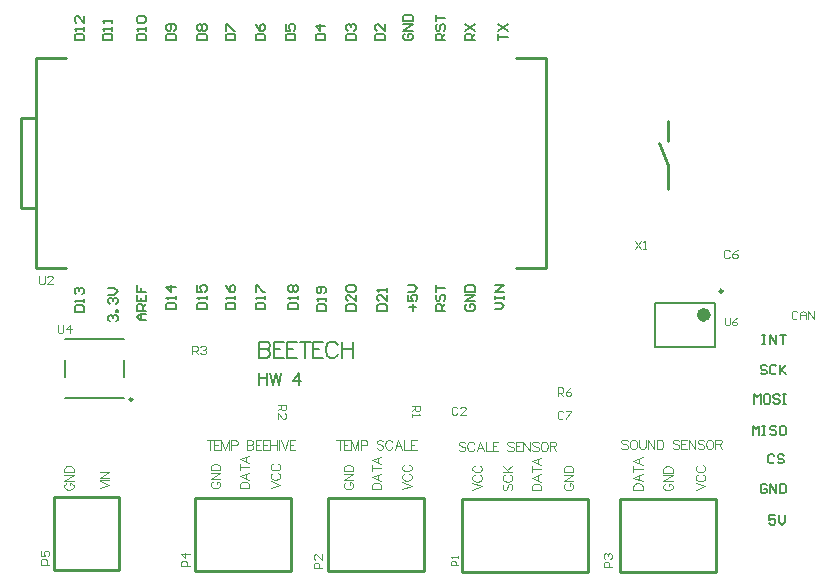
<source format=gto>
G04*
G04 #@! TF.GenerationSoftware,Altium Limited,Altium Designer,21.6.4 (81)*
G04*
G04 Layer_Color=65535*
%FSLAX44Y44*%
%MOMM*%
G71*
G04*
G04 #@! TF.SameCoordinates,26D0E7B3-AAE4-4812-B184-49AD84F33247*
G04*
G04*
G04 #@! TF.FilePolarity,Positive*
G04*
G01*
G75*
%ADD10C,0.6000*%
%ADD11C,0.2500*%
%ADD12C,0.2540*%
%ADD13C,0.2000*%
%ADD14C,0.1270*%
%ADD15C,0.1500*%
%ADD16C,0.1000*%
D10*
X569680Y218050D02*
G03*
X569680Y218050I-3000J0D01*
G01*
D11*
X582680Y238050D02*
G03*
X582680Y238050I-1250J0D01*
G01*
X83050Y146466D02*
G03*
X83050Y146466I-1250J0D01*
G01*
D12*
X-11000Y308700D02*
X1700D01*
X-11000D02*
Y384900D01*
X1700D01*
X408100Y435700D02*
X433500D01*
Y257900D02*
Y435700D01*
X408100Y257900D02*
X433500D01*
X1700Y435700D02*
X27100D01*
X1700Y257900D02*
Y435700D01*
Y257900D02*
X27100D01*
X16364Y64008D02*
X71990D01*
X16364Y2286D02*
X71990D01*
Y64008D01*
X16364Y2286D02*
Y64008D01*
X362254Y762D02*
Y62484D01*
X468934Y762D02*
Y62484D01*
X362254Y762D02*
X468934D01*
X362254Y62484D02*
X468934D01*
X536518Y365342D02*
Y381842D01*
X529018Y363342D02*
X536518Y344592D01*
Y324842D02*
Y344592D01*
X135931Y1512D02*
Y63234D01*
X217211Y1512D02*
Y63234D01*
X135931Y1512D02*
X217211D01*
X135931Y63234D02*
X217211D01*
X248404Y1262D02*
Y62984D01*
X329684Y1262D02*
Y62984D01*
X248404Y1262D02*
X329684D01*
X248404Y62984D02*
X329684D01*
X496054Y62484D02*
X577334D01*
X496054Y762D02*
X577334D01*
Y62484D01*
X496054Y762D02*
Y62484D01*
D13*
X525680Y191050D02*
Y228050D01*
X576680Y191050D02*
Y228050D01*
X525680Y191050D02*
X576680D01*
X525680Y228050D02*
X576680D01*
X190265Y195495D02*
Y181498D01*
Y195495D02*
X196264D01*
X198263Y194828D01*
X198930Y194162D01*
X199596Y192829D01*
Y191496D01*
X198930Y190163D01*
X198263Y189496D01*
X196264Y188830D01*
X190265D02*
X196264D01*
X198263Y188163D01*
X198930Y187497D01*
X199596Y186164D01*
Y184164D01*
X198930Y182831D01*
X198263Y182164D01*
X196264Y181498D01*
X190265D01*
X211394Y195495D02*
X202729D01*
Y181498D01*
X211394D01*
X202729Y188830D02*
X208061D01*
X222391Y195495D02*
X213727D01*
Y181498D01*
X222391D01*
X213727Y188830D02*
X219059D01*
X229390Y195495D02*
Y181498D01*
X224724Y195495D02*
X234056D01*
X244387D02*
X235722D01*
Y181498D01*
X244387D01*
X235722Y188830D02*
X241054D01*
X256717Y192162D02*
X256051Y193495D01*
X254718Y194828D01*
X253385Y195495D01*
X250719D01*
X249386Y194828D01*
X248053Y193495D01*
X247386Y192162D01*
X246719Y190163D01*
Y186830D01*
X247386Y184831D01*
X248053Y183498D01*
X249386Y182164D01*
X250719Y181498D01*
X253385D01*
X254718Y182164D01*
X256051Y183498D01*
X256717Y184831D01*
X260650Y195495D02*
Y181498D01*
X269981Y195495D02*
Y181498D01*
X260650Y188830D02*
X269981D01*
X190211Y169042D02*
Y159044D01*
X196876Y169042D02*
Y159044D01*
X190211Y164281D02*
X196876D01*
X199637Y169042D02*
X202018Y159044D01*
X204398Y169042D02*
X202018Y159044D01*
X204398Y169042D02*
X206779Y159044D01*
X209159Y169042D02*
X206779Y159044D01*
X223775Y169042D02*
X219014Y162377D01*
X226156D01*
X223775Y169042D02*
Y159044D01*
D14*
X25800Y197466D02*
X75800D01*
X25800Y147466D02*
X75800D01*
X25800Y165466D02*
Y179466D01*
X75800Y165466D02*
Y179466D01*
D15*
X162003Y223083D02*
X170000D01*
Y227082D01*
X168667Y228414D01*
X163335D01*
X162003Y227082D01*
Y223083D01*
X170000Y231080D02*
Y233746D01*
Y232413D01*
X162003D01*
X163335Y231080D01*
X162003Y243076D02*
X163335Y240411D01*
X166001Y237745D01*
X168667D01*
X170000Y239078D01*
Y241744D01*
X168667Y243076D01*
X167334D01*
X166001Y241744D01*
Y237745D01*
X238907Y221750D02*
X246904D01*
Y225749D01*
X245571Y227082D01*
X240239D01*
X238907Y225749D01*
Y221750D01*
X246904Y229747D02*
Y232413D01*
Y231080D01*
X238907D01*
X240239Y229747D01*
X245571Y236412D02*
X246904Y237745D01*
Y240411D01*
X245571Y241744D01*
X240239D01*
X238907Y240411D01*
Y237745D01*
X240239Y236412D01*
X241572D01*
X242905Y237745D01*
Y241744D01*
X373000Y450750D02*
X365003D01*
Y454749D01*
X366335Y456082D01*
X369001D01*
X370334Y454749D01*
Y450750D01*
Y453416D02*
X373000Y456082D01*
X365003Y458747D02*
X373000Y464079D01*
X365003D02*
X373000Y458747D01*
X620246Y73664D02*
X618913Y74997D01*
X616247D01*
X614915Y73664D01*
Y68333D01*
X616247Y67000D01*
X618913D01*
X620246Y68333D01*
Y70999D01*
X617580D01*
X622912Y67000D02*
Y74997D01*
X628243Y67000D01*
Y74997D01*
X630909D02*
Y67000D01*
X634908D01*
X636241Y68333D01*
Y73664D01*
X634908Y74997D01*
X630909D01*
X347750Y221750D02*
X339753D01*
Y225749D01*
X341086Y227082D01*
X343751D01*
X345084Y225749D01*
Y221750D01*
Y224416D02*
X347750Y227082D01*
X341086Y235079D02*
X339753Y233746D01*
Y231080D01*
X341086Y229747D01*
X342418D01*
X343751Y231080D01*
Y233746D01*
X345084Y235079D01*
X346417D01*
X347750Y233746D01*
Y231080D01*
X346417Y229747D01*
X339753Y237745D02*
Y243076D01*
Y240411D01*
X347750D01*
X616247Y200997D02*
X618913D01*
X617580D01*
Y193000D01*
X616247D01*
X618913D01*
X622912D02*
Y200997D01*
X628243Y193000D01*
Y200997D01*
X630909D02*
X636241D01*
X633575D01*
Y193000D01*
X137753Y223083D02*
X145750D01*
Y227082D01*
X144417Y228414D01*
X139086D01*
X137753Y227082D01*
Y223083D01*
X145750Y231080D02*
Y233746D01*
Y232413D01*
X137753D01*
X139086Y231080D01*
X137753Y243076D02*
Y237745D01*
X141751D01*
X140418Y240411D01*
Y241744D01*
X141751Y243076D01*
X144417D01*
X145750Y241744D01*
Y239078D01*
X144417Y237745D01*
X626572Y98914D02*
X625240Y100247D01*
X622574D01*
X621241Y98914D01*
Y93583D01*
X622574Y92250D01*
X625240D01*
X626572Y93583D01*
X634570Y98914D02*
X633237Y100247D01*
X630571D01*
X629238Y98914D01*
Y97582D01*
X630571Y96249D01*
X633237D01*
X634570Y94916D01*
Y93583D01*
X633237Y92250D01*
X630571D01*
X629238Y93583D01*
X187253Y450750D02*
X195250D01*
Y454749D01*
X193917Y456082D01*
X188585D01*
X187253Y454749D01*
Y450750D01*
Y464079D02*
X188585Y461413D01*
X191251Y458747D01*
X193917D01*
X195250Y460080D01*
Y462746D01*
X193917Y464079D01*
X192584D01*
X191251Y462746D01*
Y458747D01*
X608250Y116250D02*
Y124247D01*
X610916Y121582D01*
X613582Y124247D01*
Y116250D01*
X616247Y124247D02*
X618913D01*
X617580D01*
Y116250D01*
X616247D01*
X618913D01*
X628243Y122914D02*
X626911Y124247D01*
X624245D01*
X622912Y122914D01*
Y121582D01*
X624245Y120249D01*
X626911D01*
X628243Y118916D01*
Y117583D01*
X626911Y116250D01*
X624245D01*
X622912Y117583D01*
X634908Y124247D02*
X632242D01*
X630909Y122914D01*
Y117583D01*
X632242Y116250D01*
X634908D01*
X636241Y117583D01*
Y122914D01*
X634908Y124247D01*
X63825Y212585D02*
X62493Y213918D01*
Y216584D01*
X63825Y217917D01*
X65158D01*
X66491Y216584D01*
Y215251D01*
Y216584D01*
X67824Y217917D01*
X69157D01*
X70490Y216584D01*
Y213918D01*
X69157Y212585D01*
X70490Y220583D02*
X69157D01*
Y221916D01*
X70490D01*
Y220583D01*
X63825Y227247D02*
X62493Y228580D01*
Y231246D01*
X63825Y232579D01*
X65158D01*
X66491Y231246D01*
Y229913D01*
Y231246D01*
X67824Y232579D01*
X69157D01*
X70490Y231246D01*
Y228580D01*
X69157Y227247D01*
X62493Y235245D02*
X67824D01*
X70490Y237910D01*
X67824Y240576D01*
X62493D01*
X264003Y221750D02*
X272000D01*
Y225749D01*
X270667Y227082D01*
X265336D01*
X264003Y225749D01*
Y221750D01*
X272000Y235079D02*
Y229747D01*
X266668Y235079D01*
X265336D01*
X264003Y233746D01*
Y231080D01*
X265336Y229747D01*
Y237745D02*
X264003Y239078D01*
Y241744D01*
X265336Y243076D01*
X270667D01*
X272000Y241744D01*
Y239078D01*
X270667Y237745D01*
X265336D01*
X162003Y450750D02*
X170000D01*
Y454749D01*
X168667Y456082D01*
X163335D01*
X162003Y454749D01*
Y450750D01*
Y458747D02*
Y464079D01*
X163335D01*
X168667Y458747D01*
X170000D01*
X366335Y227082D02*
X365003Y225749D01*
Y223083D01*
X366335Y221750D01*
X371667D01*
X373000Y223083D01*
Y225749D01*
X371667Y227082D01*
X369001D01*
Y224416D01*
X373000Y229747D02*
X365003D01*
X373000Y235079D01*
X365003D01*
Y237745D02*
X373000D01*
Y241744D01*
X371667Y243076D01*
X366335D01*
X365003Y241744D01*
Y237745D01*
X215068Y223083D02*
X223065D01*
Y227082D01*
X221732Y228414D01*
X216401D01*
X215068Y227082D01*
Y223083D01*
X223065Y231080D02*
Y233746D01*
Y232413D01*
X215068D01*
X216401Y231080D01*
Y237745D02*
X215068Y239078D01*
Y241744D01*
X216401Y243076D01*
X217734D01*
X219067Y241744D01*
X220399Y243076D01*
X221732D01*
X223065Y241744D01*
Y239078D01*
X221732Y237745D01*
X220399D01*
X219067Y239078D01*
X217734Y237745D01*
X216401D01*
X219067Y239078D02*
Y241744D01*
X94500Y213753D02*
X89169D01*
X86503Y216418D01*
X89169Y219084D01*
X94500D01*
X90501D01*
Y213753D01*
X94500Y221750D02*
X86503D01*
Y225749D01*
X87836Y227082D01*
X90501D01*
X91834Y225749D01*
Y221750D01*
Y224416D02*
X94500Y227082D01*
X86503Y235079D02*
Y229747D01*
X94500D01*
Y235079D01*
X90501Y229747D02*
Y232413D01*
X86503Y243076D02*
Y237745D01*
X90501D01*
Y240411D01*
Y237745D01*
X94500D01*
X609583Y142821D02*
Y150819D01*
X612249Y148153D01*
X614915Y150819D01*
Y142821D01*
X621579Y150819D02*
X618913D01*
X617580Y149486D01*
Y144154D01*
X618913Y142821D01*
X621579D01*
X622912Y144154D01*
Y149486D01*
X621579Y150819D01*
X630909Y149486D02*
X629576Y150819D01*
X626911D01*
X625578Y149486D01*
Y148153D01*
X626911Y146820D01*
X629576D01*
X630909Y145487D01*
Y144154D01*
X629576Y142821D01*
X626911D01*
X625578Y144154D01*
X633575Y150819D02*
X636241D01*
X634908D01*
Y142821D01*
X633575D01*
X636241D01*
X627369Y48247D02*
X622038D01*
Y44249D01*
X624704Y45582D01*
X626037D01*
X627369Y44249D01*
Y41583D01*
X626037Y40250D01*
X623371D01*
X622038Y41583D01*
X630035Y48247D02*
Y42916D01*
X632701Y40250D01*
X635367Y42916D01*
Y48247D01*
X86503Y450750D02*
X94500D01*
Y454749D01*
X93167Y456082D01*
X87836D01*
X86503Y454749D01*
Y450750D01*
X94500Y458747D02*
Y461413D01*
Y460080D01*
X86503D01*
X87836Y458747D01*
Y465412D02*
X86503Y466745D01*
Y469411D01*
X87836Y470743D01*
X93167D01*
X94500Y469411D01*
Y466745D01*
X93167Y465412D01*
X87836D01*
X187253Y223083D02*
X195250D01*
Y227082D01*
X193917Y228414D01*
X188585D01*
X187253Y227082D01*
Y223083D01*
X195250Y231080D02*
Y233746D01*
Y232413D01*
X187253D01*
X188585Y231080D01*
X187253Y237745D02*
Y243076D01*
X188585D01*
X193917Y237745D01*
X195250D01*
X264003Y450750D02*
X272000D01*
Y454749D01*
X270667Y456082D01*
X265336D01*
X264003Y454749D01*
Y450750D01*
X265336Y458747D02*
X264003Y460080D01*
Y462746D01*
X265336Y464079D01*
X266668D01*
X268001Y462746D01*
Y461413D01*
Y462746D01*
X269334Y464079D01*
X270667D01*
X272000Y462746D01*
Y460080D01*
X270667Y458747D01*
X390003Y223083D02*
X395334D01*
X398000Y225749D01*
X395334Y228414D01*
X390003D01*
Y231080D02*
Y233746D01*
Y232413D01*
X398000D01*
Y231080D01*
Y233746D01*
Y237745D02*
X390003D01*
X398000Y243076D01*
X390003D01*
X238253Y450750D02*
X246250D01*
Y454749D01*
X244917Y456082D01*
X239585D01*
X238253Y454749D01*
Y450750D01*
X246250Y462746D02*
X238253D01*
X242251Y458747D01*
Y464079D01*
X34003Y450750D02*
X42000D01*
Y454749D01*
X40667Y456082D01*
X35336D01*
X34003Y454749D01*
Y450750D01*
X42000Y458747D02*
Y461413D01*
Y460080D01*
X34003D01*
X35336Y458747D01*
X42000Y470743D02*
Y465412D01*
X36668Y470743D01*
X35336D01*
X34003Y469411D01*
Y466745D01*
X35336Y465412D01*
X57953Y450750D02*
X65950D01*
Y454749D01*
X64617Y456082D01*
X59285D01*
X57953Y454749D01*
Y450750D01*
X65950Y458747D02*
Y461413D01*
Y460080D01*
X57953D01*
X59285Y458747D01*
X65950Y465412D02*
Y468078D01*
Y466745D01*
X57953D01*
X59285Y465412D01*
X620246Y174415D02*
X618913Y175747D01*
X616247D01*
X614915Y174415D01*
Y173082D01*
X616247Y171749D01*
X618913D01*
X620246Y170416D01*
Y169083D01*
X618913Y167750D01*
X616247D01*
X614915Y169083D01*
X628243Y174415D02*
X626911Y175747D01*
X624245D01*
X622912Y174415D01*
Y169083D01*
X624245Y167750D01*
X626911D01*
X628243Y169083D01*
X630909Y175747D02*
Y167750D01*
Y170416D01*
X636241Y175747D01*
X632242Y171749D01*
X636241Y167750D01*
X111753Y450750D02*
X119750D01*
Y454749D01*
X118417Y456082D01*
X113085D01*
X111753Y454749D01*
Y450750D01*
X118417Y458747D02*
X119750Y460080D01*
Y462746D01*
X118417Y464079D01*
X113085D01*
X111753Y462746D01*
Y460080D01*
X113085Y458747D01*
X114418D01*
X115751Y460080D01*
Y464079D01*
X288503Y450750D02*
X296500D01*
Y454749D01*
X295167Y456082D01*
X289835D01*
X288503Y454749D01*
Y450750D01*
X296500Y464079D02*
Y458747D01*
X291168Y464079D01*
X289835D01*
X288503Y462746D01*
Y460080D01*
X289835Y458747D01*
X320251Y221750D02*
Y227082D01*
X317586Y224416D02*
X322917D01*
X316253Y235079D02*
Y229747D01*
X320251D01*
X318918Y232413D01*
Y233746D01*
X320251Y235079D01*
X322917D01*
X324250Y233746D01*
Y231080D01*
X322917Y229747D01*
X316253Y237745D02*
X321584D01*
X324250Y240411D01*
X321584Y243076D01*
X316253D01*
X392753Y450750D02*
Y456082D01*
Y453416D01*
X400750D01*
X392753Y458747D02*
X400750Y464079D01*
X392753D02*
X400750Y458747D01*
X212753Y450750D02*
X220750D01*
Y454749D01*
X219417Y456082D01*
X214086D01*
X212753Y454749D01*
Y450750D01*
Y464079D02*
Y458747D01*
X216751D01*
X215418Y461413D01*
Y462746D01*
X216751Y464079D01*
X219417D01*
X220750Y462746D01*
Y460080D01*
X219417Y458747D01*
X313585Y456082D02*
X312253Y454749D01*
Y452083D01*
X313585Y450750D01*
X318917D01*
X320250Y452083D01*
Y454749D01*
X318917Y456082D01*
X316251D01*
Y453416D01*
X320250Y458747D02*
X312253D01*
X320250Y464079D01*
X312253D01*
Y466745D02*
X320250D01*
Y470743D01*
X318917Y472076D01*
X313585D01*
X312253Y470743D01*
Y466745D01*
X34003Y220876D02*
X42000D01*
Y224875D01*
X40667Y226208D01*
X35336D01*
X34003Y224875D01*
Y220876D01*
X42000Y228874D02*
Y231540D01*
Y230207D01*
X34003D01*
X35336Y228874D01*
Y235538D02*
X34003Y236871D01*
Y239537D01*
X35336Y240870D01*
X36668D01*
X38001Y239537D01*
Y238204D01*
Y239537D01*
X39334Y240870D01*
X40667D01*
X42000Y239537D01*
Y236871D01*
X40667Y235538D01*
X111753Y223083D02*
X119750D01*
Y227082D01*
X118417Y228414D01*
X113085D01*
X111753Y227082D01*
Y223083D01*
X119750Y231080D02*
Y233746D01*
Y232413D01*
X111753D01*
X113085Y231080D01*
X119750Y241744D02*
X111753D01*
X115751Y237745D01*
Y243076D01*
X290503Y221750D02*
X298500D01*
Y225749D01*
X297167Y227082D01*
X291835D01*
X290503Y225749D01*
Y221750D01*
X298500Y235079D02*
Y229747D01*
X293168Y235079D01*
X291835D01*
X290503Y233746D01*
Y231080D01*
X291835Y229747D01*
X298500Y237745D02*
Y240411D01*
Y239078D01*
X290503D01*
X291835Y237745D01*
X137753Y450750D02*
X145750D01*
Y454749D01*
X144417Y456082D01*
X139086D01*
X137753Y454749D01*
Y450750D01*
X139086Y458747D02*
X137753Y460080D01*
Y462746D01*
X139086Y464079D01*
X140418D01*
X141751Y462746D01*
X143084Y464079D01*
X144417D01*
X145750Y462746D01*
Y460080D01*
X144417Y458747D01*
X143084D01*
X141751Y460080D01*
X140418Y458747D01*
X139086D01*
X141751Y460080D02*
Y462746D01*
X347750Y450750D02*
X339753D01*
Y454749D01*
X341086Y456082D01*
X343751D01*
X345084Y454749D01*
Y450750D01*
Y453416D02*
X347750Y456082D01*
X341086Y464079D02*
X339753Y462746D01*
Y460080D01*
X341086Y458747D01*
X342418D01*
X343751Y460080D01*
Y462746D01*
X345084Y464079D01*
X346417D01*
X347750Y462746D01*
Y460080D01*
X346417Y458747D01*
X339753Y466745D02*
Y472076D01*
Y469411D01*
X347750D01*
D16*
X646085Y220383D02*
X644919Y221549D01*
X642586D01*
X641420Y220383D01*
Y215717D01*
X642586Y214551D01*
X644919D01*
X646085Y215717D01*
X648417Y214551D02*
Y219216D01*
X650750Y221549D01*
X653083Y219216D01*
Y214551D01*
Y218050D01*
X648417D01*
X655415Y214551D02*
Y221549D01*
X660080Y214551D01*
Y221549D01*
X3997Y251239D02*
Y245407D01*
X5163Y244241D01*
X7495D01*
X8662Y245407D01*
Y251239D01*
X15660Y244241D02*
X10994D01*
X15660Y248906D01*
Y250073D01*
X14493Y251239D01*
X12161D01*
X10994Y250073D01*
X584790Y215343D02*
Y210345D01*
X585789Y209345D01*
X587789D01*
X588788Y210345D01*
Y215343D01*
X594786D02*
X592787Y214343D01*
X590788Y212344D01*
Y210345D01*
X591787Y209345D01*
X593787D01*
X594786Y210345D01*
Y211344D01*
X593787Y212344D01*
X590788D01*
X19969Y209719D02*
Y203887D01*
X21135Y202721D01*
X23467D01*
X24634Y203887D01*
Y209719D01*
X30465Y202721D02*
Y209719D01*
X26966Y206220D01*
X31632D01*
X420946Y69720D02*
X428944D01*
X420946D02*
Y72386D01*
X421326Y73529D01*
X422088Y74290D01*
X422850Y74671D01*
X423993Y75052D01*
X425897D01*
X427040Y74671D01*
X427801Y74290D01*
X428563Y73529D01*
X428944Y72386D01*
Y69720D01*
Y82936D02*
X420946Y79889D01*
X428944Y76842D01*
X426278Y77985D02*
Y81794D01*
X420946Y87469D02*
X428944D01*
X420946Y84803D02*
Y90135D01*
X428944Y97181D02*
X420946Y94134D01*
X428944Y91087D01*
X426278Y92229D02*
Y96038D01*
X397838Y75052D02*
X397076Y74290D01*
X396696Y73148D01*
Y71624D01*
X397076Y70482D01*
X397838Y69720D01*
X398600D01*
X399362Y70101D01*
X399743Y70482D01*
X400123Y71244D01*
X400885Y73529D01*
X401266Y74290D01*
X401647Y74671D01*
X402409Y75052D01*
X403551D01*
X404313Y74290D01*
X404694Y73148D01*
Y71624D01*
X404313Y70482D01*
X403551Y69720D01*
X398600Y82555D02*
X397838Y82175D01*
X397076Y81413D01*
X396696Y80651D01*
Y79128D01*
X397076Y78366D01*
X397838Y77604D01*
X398600Y77223D01*
X399743Y76842D01*
X401647D01*
X402790Y77223D01*
X403551Y77604D01*
X404313Y78366D01*
X404694Y79128D01*
Y80651D01*
X404313Y81413D01*
X403551Y82175D01*
X402790Y82555D01*
X396696Y84803D02*
X404694D01*
X396696Y90135D02*
X402028Y84803D01*
X400123Y86707D02*
X404694Y90135D01*
X507002Y70000D02*
X515000D01*
X507002D02*
Y72666D01*
X507383Y73809D01*
X508144Y74570D01*
X508906Y74951D01*
X510049Y75332D01*
X511953D01*
X513096Y74951D01*
X513857Y74570D01*
X514619Y73809D01*
X515000Y72666D01*
Y70000D01*
Y83216D02*
X507002Y80169D01*
X515000Y77122D01*
X512334Y78265D02*
Y82074D01*
X507002Y87749D02*
X515000D01*
X507002Y85083D02*
Y90415D01*
X515000Y97461D02*
X507002Y94414D01*
X515000Y91367D01*
X512334Y92509D02*
Y96318D01*
X285494Y70470D02*
X293492D01*
X285494D02*
Y73136D01*
X285875Y74279D01*
X286636Y75040D01*
X287398Y75421D01*
X288541Y75802D01*
X290445D01*
X291588Y75421D01*
X292349Y75040D01*
X293111Y74279D01*
X293492Y73136D01*
Y70470D01*
Y83686D02*
X285494Y80639D01*
X293492Y77592D01*
X290826Y78735D02*
Y82544D01*
X285494Y88219D02*
X293492D01*
X285494Y85553D02*
Y90885D01*
X293492Y97931D02*
X285494Y94884D01*
X293492Y91837D01*
X290826Y92979D02*
Y96788D01*
X263850Y76183D02*
X263088Y75802D01*
X262327Y75040D01*
X261946Y74279D01*
Y72755D01*
X262327Y71993D01*
X263088Y71232D01*
X263850Y70851D01*
X264993Y70470D01*
X266897D01*
X268040Y70851D01*
X268801Y71232D01*
X269563Y71993D01*
X269944Y72755D01*
Y74279D01*
X269563Y75040D01*
X268801Y75802D01*
X268040Y76183D01*
X266897D01*
Y74279D02*
Y76183D01*
X261946Y78011D02*
X269944D01*
X261946D02*
X269944Y83343D01*
X261946D02*
X269944D01*
X261946Y85553D02*
X269944D01*
X261946D02*
Y88219D01*
X262327Y89361D01*
X263088Y90123D01*
X263850Y90504D01*
X264993Y90885D01*
X266897D01*
X268040Y90504D01*
X268801Y90123D01*
X269563Y89361D01*
X269944Y88219D01*
Y85553D01*
X534336Y75213D02*
X533574Y74832D01*
X532812Y74070D01*
X532432Y73309D01*
Y71785D01*
X532812Y71024D01*
X533574Y70262D01*
X534336Y69881D01*
X535479Y69500D01*
X537383D01*
X538526Y69881D01*
X539287Y70262D01*
X540049Y71024D01*
X540430Y71785D01*
Y73309D01*
X540049Y74070D01*
X539287Y74832D01*
X538526Y75213D01*
X537383D01*
Y73309D02*
Y75213D01*
X532432Y77041D02*
X540430D01*
X532432D02*
X540430Y82373D01*
X532432D02*
X540430D01*
X532432Y84583D02*
X540430D01*
X532432D02*
Y87249D01*
X532812Y88391D01*
X533574Y89153D01*
X534336Y89534D01*
X535479Y89915D01*
X537383D01*
X538526Y89534D01*
X539287Y89153D01*
X540049Y88391D01*
X540430Y87249D01*
Y84583D01*
X450100Y75433D02*
X449338Y75052D01*
X448577Y74290D01*
X448196Y73529D01*
Y72005D01*
X448577Y71244D01*
X449338Y70482D01*
X450100Y70101D01*
X451243Y69720D01*
X453147D01*
X454290Y70101D01*
X455051Y70482D01*
X455813Y71244D01*
X456194Y72005D01*
Y73529D01*
X455813Y74290D01*
X455051Y75052D01*
X454290Y75433D01*
X453147D01*
Y73529D02*
Y75433D01*
X448196Y77261D02*
X456194D01*
X448196D02*
X456194Y82593D01*
X448196D02*
X456194D01*
X448196Y84803D02*
X456194D01*
X448196D02*
Y87469D01*
X448577Y88611D01*
X449338Y89373D01*
X450100Y89754D01*
X451243Y90135D01*
X453147D01*
X454290Y89754D01*
X455051Y89373D01*
X455813Y88611D01*
X456194Y87469D01*
Y84803D01*
X370946Y69720D02*
X378944Y72767D01*
X370946Y75814D02*
X378944Y72767D01*
X372850Y82555D02*
X372088Y82175D01*
X371327Y81413D01*
X370946Y80651D01*
Y79127D01*
X371327Y78366D01*
X372088Y77604D01*
X372850Y77223D01*
X373993Y76842D01*
X375897D01*
X377040Y77223D01*
X377801Y77604D01*
X378563Y78366D01*
X378944Y79127D01*
Y80651D01*
X378563Y81413D01*
X377801Y82175D01*
X377040Y82555D01*
X372850Y90515D02*
X372088Y90135D01*
X371327Y89373D01*
X370946Y88611D01*
Y87088D01*
X371327Y86326D01*
X372088Y85564D01*
X372850Y85183D01*
X373993Y84803D01*
X375897D01*
X377040Y85183D01*
X377801Y85564D01*
X378563Y86326D01*
X378944Y87088D01*
Y88611D01*
X378563Y89373D01*
X377801Y90135D01*
X377040Y90515D01*
X560196Y69970D02*
X568194Y73017D01*
X560196Y76064D02*
X568194Y73017D01*
X562100Y82805D02*
X561338Y82424D01*
X560577Y81663D01*
X560196Y80901D01*
Y79377D01*
X560577Y78616D01*
X561338Y77854D01*
X562100Y77473D01*
X563243Y77092D01*
X565147D01*
X566290Y77473D01*
X567051Y77854D01*
X567813Y78616D01*
X568194Y79377D01*
Y80901D01*
X567813Y81663D01*
X567051Y82424D01*
X566290Y82805D01*
X562100Y90766D02*
X561338Y90385D01*
X560577Y89623D01*
X560196Y88861D01*
Y87338D01*
X560577Y86576D01*
X561338Y85814D01*
X562100Y85433D01*
X563243Y85052D01*
X565147D01*
X566290Y85433D01*
X567051Y85814D01*
X567813Y86576D01*
X568194Y87338D01*
Y88861D01*
X567813Y89623D01*
X567051Y90385D01*
X566290Y90766D01*
X311446Y70470D02*
X319444Y73517D01*
X311446Y76564D02*
X319444Y73517D01*
X313350Y83305D02*
X312588Y82924D01*
X311827Y82163D01*
X311446Y81401D01*
Y79878D01*
X311827Y79116D01*
X312588Y78354D01*
X313350Y77973D01*
X314493Y77592D01*
X316397D01*
X317540Y77973D01*
X318301Y78354D01*
X319063Y79116D01*
X319444Y79878D01*
Y81401D01*
X319063Y82163D01*
X318301Y82924D01*
X317540Y83305D01*
X313350Y91266D02*
X312588Y90885D01*
X311827Y90123D01*
X311446Y89361D01*
Y87838D01*
X311827Y87076D01*
X312588Y86314D01*
X313350Y85933D01*
X314493Y85553D01*
X316397D01*
X317540Y85933D01*
X318301Y86314D01*
X319063Y87076D01*
X319444Y87838D01*
Y89361D01*
X319063Y90123D01*
X318301Y90885D01*
X317540Y91266D01*
X199946Y71220D02*
X207944Y74267D01*
X199946Y77314D02*
X207944Y74267D01*
X201850Y84055D02*
X201088Y83674D01*
X200326Y82913D01*
X199946Y82151D01*
Y80627D01*
X200326Y79866D01*
X201088Y79104D01*
X201850Y78723D01*
X202993Y78342D01*
X204897D01*
X206040Y78723D01*
X206801Y79104D01*
X207563Y79866D01*
X207944Y80627D01*
Y82151D01*
X207563Y82913D01*
X206801Y83674D01*
X206040Y84055D01*
X201850Y92015D02*
X201088Y91635D01*
X200326Y90873D01*
X199946Y90111D01*
Y88588D01*
X200326Y87826D01*
X201088Y87064D01*
X201850Y86683D01*
X202993Y86302D01*
X204897D01*
X206040Y86683D01*
X206801Y87064D01*
X207563Y87826D01*
X207944Y88588D01*
Y90111D01*
X207563Y90873D01*
X206801Y91635D01*
X206040Y92015D01*
X173696Y71220D02*
X181694D01*
X173696D02*
Y73886D01*
X174077Y75029D01*
X174838Y75791D01*
X175600Y76171D01*
X176743Y76552D01*
X178647D01*
X179790Y76171D01*
X180551Y75791D01*
X181313Y75029D01*
X181694Y73886D01*
Y71220D01*
Y84436D02*
X173696Y81389D01*
X181694Y78342D01*
X179028Y79485D02*
Y83294D01*
X173696Y88969D02*
X181694D01*
X173696Y86302D02*
Y91635D01*
X181694Y98681D02*
X173696Y95634D01*
X181694Y92587D01*
X179028Y93729D02*
Y97538D01*
X151346Y76933D02*
X150584Y76552D01*
X149823Y75791D01*
X149442Y75029D01*
Y73505D01*
X149823Y72744D01*
X150584Y71982D01*
X151346Y71601D01*
X152489Y71220D01*
X154393D01*
X155536Y71601D01*
X156297Y71982D01*
X157059Y72744D01*
X157440Y73505D01*
Y75029D01*
X157059Y75791D01*
X156297Y76552D01*
X155536Y76933D01*
X154393D01*
Y75029D02*
Y76933D01*
X149442Y78761D02*
X157440D01*
X149442D02*
X157440Y84094D01*
X149442D02*
X157440D01*
X149442Y86302D02*
X157440D01*
X149442D02*
Y88969D01*
X149823Y90111D01*
X150584Y90873D01*
X151346Y91254D01*
X152489Y91635D01*
X154393D01*
X155536Y91254D01*
X156297Y90873D01*
X157059Y90111D01*
X157440Y88969D01*
Y86302D01*
X502386Y111356D02*
X501624Y112117D01*
X500482Y112498D01*
X498958D01*
X497816Y112117D01*
X497054Y111356D01*
Y110594D01*
X497435Y109832D01*
X497816Y109451D01*
X498577Y109070D01*
X500863Y108309D01*
X501624Y107928D01*
X502005Y107547D01*
X502386Y106785D01*
Y105643D01*
X501624Y104881D01*
X500482Y104500D01*
X498958D01*
X497816Y104881D01*
X497054Y105643D01*
X506461Y112498D02*
X505700Y112117D01*
X504938Y111356D01*
X504557Y110594D01*
X504176Y109451D01*
Y107547D01*
X504557Y106404D01*
X504938Y105643D01*
X505700Y104881D01*
X506461Y104500D01*
X507985D01*
X508747Y104881D01*
X509508Y105643D01*
X509889Y106404D01*
X510270Y107547D01*
Y109451D01*
X509889Y110594D01*
X509508Y111356D01*
X508747Y112117D01*
X507985Y112498D01*
X506461D01*
X512136D02*
Y106785D01*
X512517Y105643D01*
X513279Y104881D01*
X514422Y104500D01*
X515183D01*
X516326Y104881D01*
X517088Y105643D01*
X517469Y106785D01*
Y112498D01*
X519678D02*
Y104500D01*
Y112498D02*
X525010Y104500D01*
Y112498D02*
Y104500D01*
X527219Y112498D02*
Y104500D01*
Y112498D02*
X529885D01*
X531028Y112117D01*
X531789Y111356D01*
X532170Y110594D01*
X532551Y109451D01*
Y107547D01*
X532170Y106404D01*
X531789Y105643D01*
X531028Y104881D01*
X529885Y104500D01*
X527219D01*
X545958Y111356D02*
X545196Y112117D01*
X544053Y112498D01*
X542530D01*
X541387Y112117D01*
X540626Y111356D01*
Y110594D01*
X541007Y109832D01*
X541387Y109451D01*
X542149Y109070D01*
X544434Y108309D01*
X545196Y107928D01*
X545577Y107547D01*
X545958Y106785D01*
Y105643D01*
X545196Y104881D01*
X544053Y104500D01*
X542530D01*
X541387Y104881D01*
X540626Y105643D01*
X552699Y112498D02*
X547748D01*
Y104500D01*
X552699D01*
X547748Y108690D02*
X550795D01*
X554032Y112498D02*
Y104500D01*
Y112498D02*
X559365Y104500D01*
Y112498D02*
Y104500D01*
X566906Y111356D02*
X566144Y112117D01*
X565001Y112498D01*
X563478D01*
X562335Y112117D01*
X561573Y111356D01*
Y110594D01*
X561954Y109832D01*
X562335Y109451D01*
X563097Y109070D01*
X565382Y108309D01*
X566144Y107928D01*
X566525Y107547D01*
X566906Y106785D01*
Y105643D01*
X566144Y104881D01*
X565001Y104500D01*
X563478D01*
X562335Y104881D01*
X561573Y105643D01*
X570981Y112498D02*
X570219Y112117D01*
X569458Y111356D01*
X569077Y110594D01*
X568696Y109451D01*
Y107547D01*
X569077Y106404D01*
X569458Y105643D01*
X570219Y104881D01*
X570981Y104500D01*
X572505D01*
X573266Y104881D01*
X574028Y105643D01*
X574409Y106404D01*
X574790Y107547D01*
Y109451D01*
X574409Y110594D01*
X574028Y111356D01*
X573266Y112117D01*
X572505Y112498D01*
X570981D01*
X576656D02*
Y104500D01*
Y112498D02*
X580084D01*
X581227Y112117D01*
X581607Y111737D01*
X581988Y110975D01*
Y110213D01*
X581607Y109451D01*
X581227Y109070D01*
X580084Y108690D01*
X576656D01*
X579322D02*
X581988Y104500D01*
X364836Y109606D02*
X364074Y110367D01*
X362932Y110748D01*
X361408D01*
X360266Y110367D01*
X359504Y109606D01*
Y108844D01*
X359885Y108082D01*
X360266Y107701D01*
X361027Y107320D01*
X363313Y106559D01*
X364074Y106178D01*
X364455Y105797D01*
X364836Y105035D01*
Y103893D01*
X364074Y103131D01*
X362932Y102750D01*
X361408D01*
X360266Y103131D01*
X359504Y103893D01*
X372339Y108844D02*
X371959Y109606D01*
X371197Y110367D01*
X370435Y110748D01*
X368912D01*
X368150Y110367D01*
X367388Y109606D01*
X367007Y108844D01*
X366626Y107701D01*
Y105797D01*
X367007Y104654D01*
X367388Y103893D01*
X368150Y103131D01*
X368912Y102750D01*
X370435D01*
X371197Y103131D01*
X371959Y103893D01*
X372339Y104654D01*
X380680Y102750D02*
X377633Y110748D01*
X374586Y102750D01*
X375729Y105416D02*
X379538D01*
X382547Y110748D02*
Y102750D01*
X387117D01*
X392944Y110748D02*
X387993D01*
Y102750D01*
X392944D01*
X387993Y106940D02*
X391040D01*
X405894Y109606D02*
X405132Y110367D01*
X403990Y110748D01*
X402466D01*
X401324Y110367D01*
X400562Y109606D01*
Y108844D01*
X400943Y108082D01*
X401324Y107701D01*
X402085Y107320D01*
X404371Y106559D01*
X405132Y106178D01*
X405513Y105797D01*
X405894Y105035D01*
Y103893D01*
X405132Y103131D01*
X403990Y102750D01*
X402466D01*
X401324Y103131D01*
X400562Y103893D01*
X412635Y110748D02*
X407684D01*
Y102750D01*
X412635D01*
X407684Y106940D02*
X410731D01*
X413969Y110748D02*
Y102750D01*
Y110748D02*
X419301Y102750D01*
Y110748D02*
Y102750D01*
X426842Y109606D02*
X426080Y110367D01*
X424938Y110748D01*
X423414D01*
X422271Y110367D01*
X421510Y109606D01*
Y108844D01*
X421891Y108082D01*
X422271Y107701D01*
X423033Y107320D01*
X425318Y106559D01*
X426080Y106178D01*
X426461Y105797D01*
X426842Y105035D01*
Y103893D01*
X426080Y103131D01*
X424938Y102750D01*
X423414D01*
X422271Y103131D01*
X421510Y103893D01*
X430917Y110748D02*
X430156Y110367D01*
X429394Y109606D01*
X429013Y108844D01*
X428632Y107701D01*
Y105797D01*
X429013Y104654D01*
X429394Y103893D01*
X430156Y103131D01*
X430917Y102750D01*
X432441D01*
X433203Y103131D01*
X433964Y103893D01*
X434345Y104654D01*
X434726Y105797D01*
Y107701D01*
X434345Y108844D01*
X433964Y109606D01*
X433203Y110367D01*
X432441Y110748D01*
X430917D01*
X436592D02*
Y102750D01*
Y110748D02*
X440020D01*
X441163Y110367D01*
X441544Y109986D01*
X441925Y109225D01*
Y108463D01*
X441544Y107701D01*
X441163Y107320D01*
X440020Y106940D01*
X436592D01*
X439258D02*
X441925Y102750D01*
X258416Y111998D02*
Y104000D01*
X255750Y111998D02*
X261082D01*
X266986D02*
X262034D01*
Y104000D01*
X266986D01*
X262034Y108190D02*
X265081D01*
X268319Y111998D02*
Y104000D01*
Y111998D02*
X271366Y104000D01*
X274413Y111998D02*
X271366Y104000D01*
X274413Y111998D02*
Y104000D01*
X276698Y107809D02*
X280126D01*
X281268Y108190D01*
X281649Y108570D01*
X282030Y109332D01*
Y110475D01*
X281649Y111237D01*
X281268Y111617D01*
X280126Y111998D01*
X276698D01*
Y104000D01*
X295437Y110856D02*
X294675Y111617D01*
X293532Y111998D01*
X292009D01*
X290866Y111617D01*
X290105Y110856D01*
Y110094D01*
X290485Y109332D01*
X290866Y108951D01*
X291628Y108570D01*
X293913Y107809D01*
X294675Y107428D01*
X295056Y107047D01*
X295437Y106285D01*
Y105143D01*
X294675Y104381D01*
X293532Y104000D01*
X292009D01*
X290866Y104381D01*
X290105Y105143D01*
X302940Y110094D02*
X302559Y110856D01*
X301797Y111617D01*
X301035Y111998D01*
X299512D01*
X298750Y111617D01*
X297989Y110856D01*
X297608Y110094D01*
X297227Y108951D01*
Y107047D01*
X297608Y105904D01*
X297989Y105143D01*
X298750Y104381D01*
X299512Y104000D01*
X301035D01*
X301797Y104381D01*
X302559Y105143D01*
X302940Y105904D01*
X311281Y104000D02*
X308234Y111998D01*
X305187Y104000D01*
X306330Y106666D02*
X310138D01*
X313147Y111998D02*
Y104000D01*
X317718D01*
X323545Y111998D02*
X318594D01*
Y104000D01*
X323545D01*
X318594Y108190D02*
X321641D01*
X148416Y111748D02*
Y103750D01*
X145750Y111748D02*
X151082D01*
X156986D02*
X152034D01*
Y103750D01*
X156986D01*
X152034Y107940D02*
X155081D01*
X158319Y111748D02*
Y103750D01*
Y111748D02*
X161366Y103750D01*
X164413Y111748D02*
X161366Y103750D01*
X164413Y111748D02*
Y103750D01*
X166698Y107559D02*
X170126D01*
X171268Y107940D01*
X171649Y108321D01*
X172030Y109082D01*
Y110225D01*
X171649Y110987D01*
X171268Y111367D01*
X170126Y111748D01*
X166698D01*
Y103750D01*
X180105Y111748D02*
Y103750D01*
Y111748D02*
X183532D01*
X184675Y111367D01*
X185056Y110987D01*
X185437Y110225D01*
Y109463D01*
X185056Y108701D01*
X184675Y108321D01*
X183532Y107940D01*
X180105D02*
X183532D01*
X184675Y107559D01*
X185056Y107178D01*
X185437Y106416D01*
Y105274D01*
X185056Y104512D01*
X184675Y104131D01*
X183532Y103750D01*
X180105D01*
X192178Y111748D02*
X187227D01*
Y103750D01*
X192178D01*
X187227Y107940D02*
X190274D01*
X198463Y111748D02*
X193511D01*
Y103750D01*
X198463D01*
X193511Y107940D02*
X196558D01*
X199796Y111748D02*
Y103750D01*
X205128Y111748D02*
Y103750D01*
X199796Y107940D02*
X205128D01*
X207337Y111748D02*
Y103750D01*
X209013Y111748D02*
X212060Y103750D01*
X215107Y111748D02*
X212060Y103750D01*
X221086Y111748D02*
X216135D01*
Y103750D01*
X221086D01*
X216135Y107940D02*
X219182D01*
X55264Y71220D02*
X63262Y74267D01*
X55264Y77314D02*
X63262Y74267D01*
X55264Y78342D02*
X63262D01*
X55264Y80018D02*
X63262D01*
X55264D02*
X63262Y85350D01*
X55264D02*
X63262D01*
X27196Y75547D02*
X26434Y75166D01*
X25673Y74404D01*
X25292Y73643D01*
Y72119D01*
X25673Y71357D01*
X26434Y70596D01*
X27196Y70215D01*
X28339Y69834D01*
X30243D01*
X31386Y70215D01*
X32147Y70596D01*
X32909Y71357D01*
X33290Y72119D01*
Y73643D01*
X32909Y74404D01*
X32147Y75166D01*
X31386Y75547D01*
X30243D01*
Y73643D02*
Y75547D01*
X25292Y77375D02*
X33290D01*
X25292D02*
X33290Y82708D01*
X25292D02*
X33290D01*
X25292Y84916D02*
X33290D01*
X25292D02*
Y87583D01*
X25673Y88725D01*
X26434Y89487D01*
X27196Y89868D01*
X28339Y90249D01*
X30243D01*
X31386Y89868D01*
X32147Y89487D01*
X32909Y88725D01*
X33290Y87583D01*
Y84916D01*
X442986Y149663D02*
Y156661D01*
X446485D01*
X447652Y155495D01*
Y153162D01*
X446485Y151996D01*
X442986D01*
X445319D02*
X447652Y149663D01*
X454650Y156661D02*
X452317Y155495D01*
X449984Y153162D01*
Y150829D01*
X451151Y149663D01*
X453483D01*
X454650Y150829D01*
Y151996D01*
X453483Y153162D01*
X449984D01*
X447652Y135429D02*
X446485Y136595D01*
X444153D01*
X442986Y135429D01*
Y130763D01*
X444153Y129597D01*
X446485D01*
X447652Y130763D01*
X449984Y136595D02*
X454650D01*
Y135429D01*
X449984Y130763D01*
Y129597D01*
X358599Y5907D02*
X352601D01*
Y8906D01*
X353601Y9906D01*
X355600D01*
X356600Y8906D01*
Y5907D01*
X358599Y11905D02*
Y13905D01*
Y12905D01*
X352601D01*
X353601Y11905D01*
X508603Y280499D02*
X513268Y273501D01*
Y280499D02*
X508603Y273501D01*
X515601D02*
X517933D01*
X516767D01*
Y280499D01*
X515601Y279333D01*
X588576Y272081D02*
X587410Y273247D01*
X585077D01*
X583911Y272081D01*
Y267415D01*
X585077Y266249D01*
X587410D01*
X588576Y267415D01*
X595574Y273247D02*
X593241Y272081D01*
X590909Y269748D01*
Y267415D01*
X592075Y266249D01*
X594408D01*
X595574Y267415D01*
Y268582D01*
X594408Y269748D01*
X590909D01*
X133615Y184969D02*
Y191967D01*
X137113D01*
X138280Y190801D01*
Y188468D01*
X137113Y187302D01*
X133615D01*
X135947D02*
X138280Y184969D01*
X140612Y190801D02*
X141779Y191967D01*
X144111D01*
X145278Y190801D01*
Y189634D01*
X144111Y188468D01*
X142945D01*
X144111D01*
X145278Y187302D01*
Y186135D01*
X144111Y184969D01*
X141779D01*
X140612Y186135D01*
X488943Y4419D02*
X481945D01*
Y7917D01*
X483111Y9084D01*
X485444D01*
X486610Y7917D01*
Y4419D01*
X483111Y11416D02*
X481945Y12583D01*
Y14915D01*
X483111Y16082D01*
X484278D01*
X485444Y14915D01*
Y13749D01*
Y14915D01*
X486610Y16082D01*
X487776D01*
X488943Y14915D01*
Y12583D01*
X487776Y11416D01*
X12643Y6615D02*
X5645D01*
Y10113D01*
X6811Y11280D01*
X9144D01*
X10310Y10113D01*
Y6615D01*
X5645Y18277D02*
Y13612D01*
X9144D01*
X7978Y15945D01*
Y17111D01*
X9144Y18277D01*
X11477D01*
X12643Y17111D01*
Y14779D01*
X11477Y13612D01*
X206251Y141831D02*
X213249D01*
Y138333D01*
X212083Y137166D01*
X209750D01*
X208584Y138333D01*
Y141831D01*
Y139499D02*
X206251Y137166D01*
Y130169D02*
Y134834D01*
X210916Y130169D01*
X212083D01*
X213249Y131335D01*
Y133667D01*
X212083Y134834D01*
X319861Y141321D02*
X326859D01*
Y137822D01*
X325693Y136656D01*
X323360D01*
X322194Y137822D01*
Y141321D01*
Y138989D02*
X319861Y136656D01*
Y134323D02*
Y131991D01*
Y133157D01*
X326859D01*
X325693Y134323D01*
X131443Y5168D02*
X124445D01*
Y8667D01*
X125611Y9834D01*
X127944D01*
X129110Y8667D01*
Y5168D01*
X131443Y15665D02*
X124445D01*
X127944Y12166D01*
Y16832D01*
X243443Y3668D02*
X236445D01*
Y7167D01*
X237611Y8334D01*
X239944D01*
X241110Y7167D01*
Y3668D01*
X243443Y15331D02*
Y10666D01*
X238778Y15331D01*
X237611D01*
X236445Y14165D01*
Y11833D01*
X237611Y10666D01*
X358164Y139239D02*
X356998Y140405D01*
X354665D01*
X353499Y139239D01*
Y134573D01*
X354665Y133407D01*
X356998D01*
X358164Y134573D01*
X365162Y133407D02*
X360497D01*
X365162Y138072D01*
Y139239D01*
X363996Y140405D01*
X361663D01*
X360497Y139239D01*
M02*

</source>
